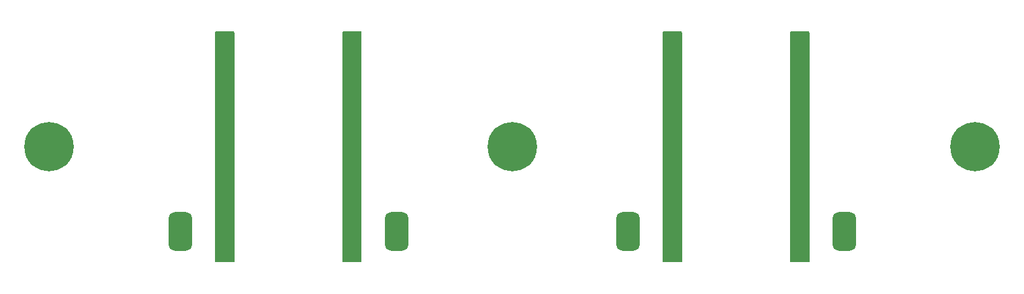
<source format=gbr>
%TF.GenerationSoftware,KiCad,Pcbnew,8.0.2*%
%TF.CreationDate,2024-11-13T23:04:45+01:00*%
%TF.ProjectId,megabiels,6d656761-6269-4656-9c73-2e6b69636164,rev?*%
%TF.SameCoordinates,Original*%
%TF.FileFunction,Soldermask,Top*%
%TF.FilePolarity,Negative*%
%FSLAX46Y46*%
G04 Gerber Fmt 4.6, Leading zero omitted, Abs format (unit mm)*
G04 Created by KiCad (PCBNEW 8.0.2) date 2024-11-13 23:04:45*
%MOMM*%
%LPD*%
G01*
G04 APERTURE LIST*
G04 Aperture macros list*
%AMRoundRect*
0 Rectangle with rounded corners*
0 $1 Rounding radius*
0 $2 $3 $4 $5 $6 $7 $8 $9 X,Y pos of 4 corners*
0 Add a 4 corners polygon primitive as box body*
4,1,4,$2,$3,$4,$5,$6,$7,$8,$9,$2,$3,0*
0 Add four circle primitives for the rounded corners*
1,1,$1+$1,$2,$3*
1,1,$1+$1,$4,$5*
1,1,$1+$1,$6,$7*
1,1,$1+$1,$8,$9*
0 Add four rect primitives between the rounded corners*
20,1,$1+$1,$2,$3,$4,$5,0*
20,1,$1+$1,$4,$5,$6,$7,0*
20,1,$1+$1,$6,$7,$8,$9,0*
20,1,$1+$1,$8,$9,$2,$3,0*%
G04 Aperture macros list end*
%ADD10RoundRect,0.750000X-0.750000X-1.750000X0.750000X-1.750000X0.750000X1.750000X-0.750000X1.750000X0*%
%ADD11C,6.400000*%
G04 APERTURE END LIST*
D10*
%TO.C,J101*%
X158000000Y-104000000D03*
%TD*%
D11*
%TO.C,REF\u002A\u002A*%
X55000000Y-93000000D03*
%TD*%
D10*
%TO.C,J101*%
X100000000Y-104000000D03*
%TD*%
D11*
%TO.C,REF\u002A\u002A*%
X115000000Y-93000000D03*
%TD*%
D10*
%TO.C,J102*%
X130000000Y-104000000D03*
%TD*%
%TO.C,J102*%
X72000000Y-104000000D03*
%TD*%
D11*
%TO.C,REF\u002A\u002A*%
X175000000Y-93000000D03*
%TD*%
G36*
X78943039Y-78019685D02*
G01*
X78988794Y-78072489D01*
X79000000Y-78124000D01*
X79000000Y-107876000D01*
X78980315Y-107943039D01*
X78927511Y-107988794D01*
X78876000Y-108000000D01*
X76624000Y-108000000D01*
X76556961Y-107980315D01*
X76511206Y-107927511D01*
X76500000Y-107876000D01*
X76500000Y-78124000D01*
X76519685Y-78056961D01*
X76572489Y-78011206D01*
X76624000Y-78000000D01*
X78876000Y-78000000D01*
X78943039Y-78019685D01*
G37*
G36*
X153443039Y-78019685D02*
G01*
X153488794Y-78072489D01*
X153500000Y-78124000D01*
X153500000Y-107876000D01*
X153480315Y-107943039D01*
X153427511Y-107988794D01*
X153376000Y-108000000D01*
X151124000Y-108000000D01*
X151056961Y-107980315D01*
X151011206Y-107927511D01*
X151000000Y-107876000D01*
X151000000Y-78124000D01*
X151019685Y-78056961D01*
X151072489Y-78011206D01*
X151124000Y-78000000D01*
X153376000Y-78000000D01*
X153443039Y-78019685D01*
G37*
G36*
X136943039Y-78019685D02*
G01*
X136988794Y-78072489D01*
X137000000Y-78124000D01*
X137000000Y-107876000D01*
X136980315Y-107943039D01*
X136927511Y-107988794D01*
X136876000Y-108000000D01*
X134624000Y-108000000D01*
X134556961Y-107980315D01*
X134511206Y-107927511D01*
X134500000Y-107876000D01*
X134500000Y-78124000D01*
X134519685Y-78056961D01*
X134572489Y-78011206D01*
X134624000Y-78000000D01*
X136876000Y-78000000D01*
X136943039Y-78019685D01*
G37*
G36*
X95443039Y-78019685D02*
G01*
X95488794Y-78072489D01*
X95500000Y-78124000D01*
X95500000Y-107876000D01*
X95480315Y-107943039D01*
X95427511Y-107988794D01*
X95376000Y-108000000D01*
X93124000Y-108000000D01*
X93056961Y-107980315D01*
X93011206Y-107927511D01*
X93000000Y-107876000D01*
X93000000Y-78124000D01*
X93019685Y-78056961D01*
X93072489Y-78011206D01*
X93124000Y-78000000D01*
X95376000Y-78000000D01*
X95443039Y-78019685D01*
G37*
M02*

</source>
